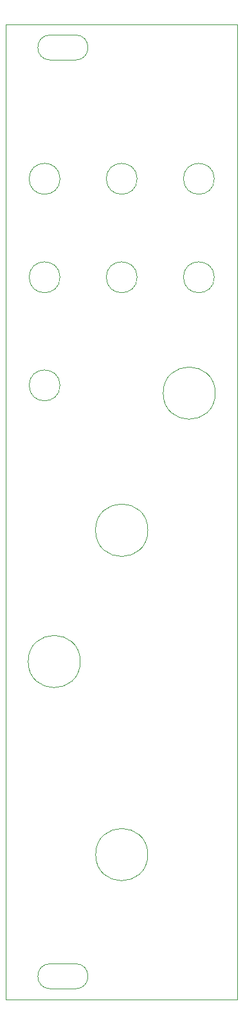
<source format=gbr>
%TF.GenerationSoftware,KiCad,Pcbnew,(5.1.6-0)*%
%TF.CreationDate,2022-12-01T22:01:19-05:00*%
%TF.ProjectId,MACRO,4d414352-4f2e-46b6-9963-61645f706362,rev?*%
%TF.SameCoordinates,Original*%
%TF.FileFunction,Profile,NP*%
%FSLAX46Y46*%
G04 Gerber Fmt 4.6, Leading zero omitted, Abs format (unit mm)*
G04 Created by KiCad (PCBNEW (5.1.6-0)) date 2022-12-01 22:01:19*
%MOMM*%
%LPD*%
G01*
G04 APERTURE LIST*
%TA.AperFunction,Profile*%
%ADD10C,0.050000*%
%TD*%
G04 APERTURE END LIST*
D10*
X67564000Y-33650123D02*
G75*
G02*
X67564000Y-36961877I0J-1655877D01*
G01*
X64262000Y-36957000D02*
G75*
G02*
X64262000Y-33655000I0J1651000D01*
G01*
X67564000Y-155824123D02*
G75*
G02*
X67564000Y-159135877I0J-1655877D01*
G01*
X64262000Y-159131000D02*
G75*
G02*
X64262000Y-155829000I0J1651000D01*
G01*
X64262000Y-155829000D02*
X67564000Y-155824123D01*
X64262000Y-159131000D02*
X67564000Y-159135877D01*
X64262000Y-36957000D02*
X67564000Y-36961877D01*
X64262000Y-33655000D02*
X67564000Y-33650123D01*
X88900000Y-160528000D02*
X58420000Y-160528000D01*
X88900000Y-146558000D02*
X88900000Y-160528000D01*
X58420000Y-146558000D02*
X58420000Y-160528000D01*
X88900000Y-32258000D02*
X58420000Y-32258000D01*
X88900000Y-46228000D02*
X88900000Y-32258000D01*
X58420000Y-46228000D02*
X58420000Y-32258000D01*
X77091351Y-141478000D02*
G75*
G03*
X77091351Y-141478000I-3431351J0D01*
G01*
X68201351Y-116078000D02*
G75*
G03*
X68201351Y-116078000I-3431351J0D01*
G01*
X77110102Y-98806000D02*
G75*
G03*
X77110102Y-98806000I-3450102J0D01*
G01*
X85981351Y-80772000D02*
G75*
G03*
X85981351Y-80772000I-3431351J0D01*
G01*
X65532000Y-79756000D02*
G75*
G03*
X65532000Y-79756000I-2032000J0D01*
G01*
X65532000Y-65532000D02*
G75*
G03*
X65532000Y-65532000I-2032000J0D01*
G01*
X75692000Y-65532000D02*
G75*
G03*
X75692000Y-65532000I-2032000J0D01*
G01*
X85852000Y-65532000D02*
G75*
G03*
X85852000Y-65532000I-2032000J0D01*
G01*
X85852000Y-52578000D02*
G75*
G03*
X85852000Y-52578000I-2032000J0D01*
G01*
X75692000Y-52578000D02*
G75*
G03*
X75692000Y-52578000I-2032000J0D01*
G01*
X65535965Y-52578000D02*
G75*
G03*
X65535965Y-52578000I-2035965J0D01*
G01*
X88900000Y-146558000D02*
X88900000Y-46228000D01*
X58420000Y-46228000D02*
X58420000Y-146558000D01*
M02*

</source>
